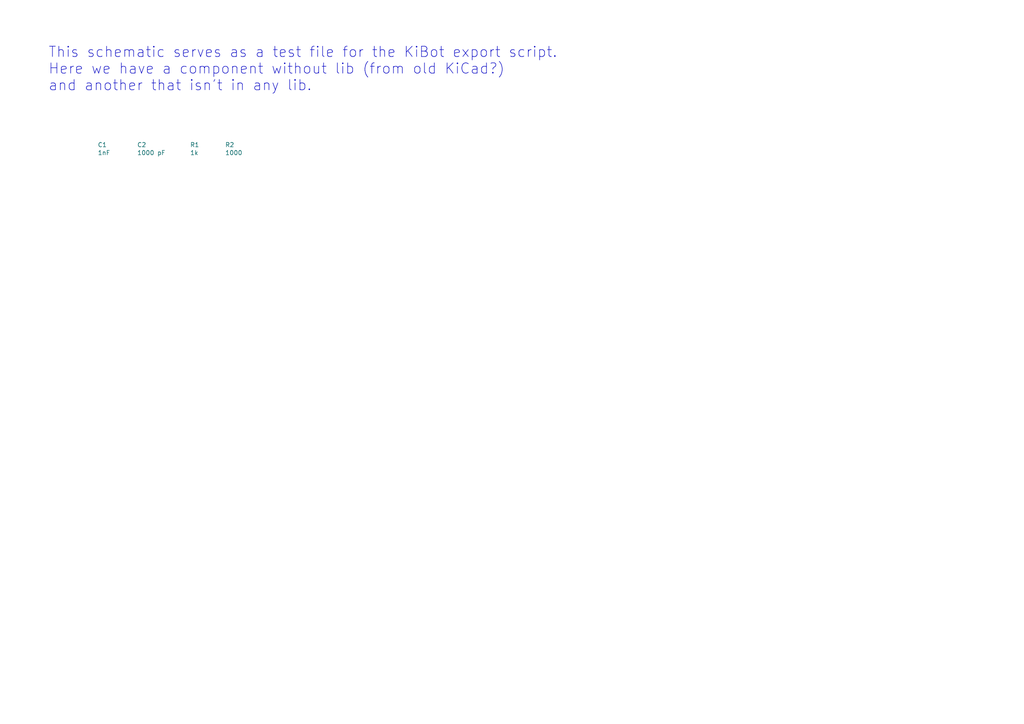
<source format=kicad_sch>
(kicad_sch (version 20211123) (generator eeschema)
  (paper "A4")
  (title_block (title "KiBom Test Schematic") (date "2020-03-12") (rev "A") (company "https://github.com/SchrodingersGat/KiBom"))
  (lib_symbols)
  (text "This schematic serves as a test file for the KiBot export script.\nHere we have a component without lib (from old KiCad?) \nand another that isn't in any lib." (at 13.97 26.67 0) (effects (font (size 2.9972 2.9972)) (justify left bottom)))
  (symbol (lib_id "l1:C") (at 25.4 43.18 0) (unit 1)
    (property "Reference" "C1" (at 28.321 42.0116 0) (effects (justify left)))
    (property "Value" "1nF" (at 28.321 44.323 0) (effects (justify left)))
    (property "Footprint" "Capacitor_SMD:C_0805_2012Metric" (effects hide))
    (property "Config" "T2" (effects hide))
  )
  (symbol (lib_id "l1:C") (at 36.83 43.18 0) (unit 1)
    (property "Reference" "C2" (at 39.751 42.0116 0) (effects (justify left)))
    (property "Value" "1000 pF" (at 39.751 44.323 0) (effects (justify left)))
    (property "Footprint" "Capacitor_SMD:C_0805_2012Metric" (effects hide))
    (property "Config" "T3" (effects hide))
  )
  (symbol (lib_id "Resistor") (at 53.34 43.18 0) (unit 1)
    (property "Reference" "R1" (at 55.118 42.0116 0) (effects (justify left)))
    (property "Value" "1k" (at 55.118 44.323 0) (effects (justify left)))
    (property "Footprint" "Resistor_SMD:R_0805_2012Metric" (effects hide))
    (property "Config" "default" (effects hide))
  )
  (symbol (lib_id "l1:FooBar") (at 63.5 43.18 0) (unit 1)
    (property "Reference" "R2" (at 65.278 42.0116 0) (effects (justify left)))
    (property "Value" "1000" (at 65.278 44.323 0) (effects (justify left)))
    (property "Footprint" "Resistor_SMD:R_0805_2012Metric" (effects hide))
    (property "Config" "T1" (effects hide))
  )
)
</source>
